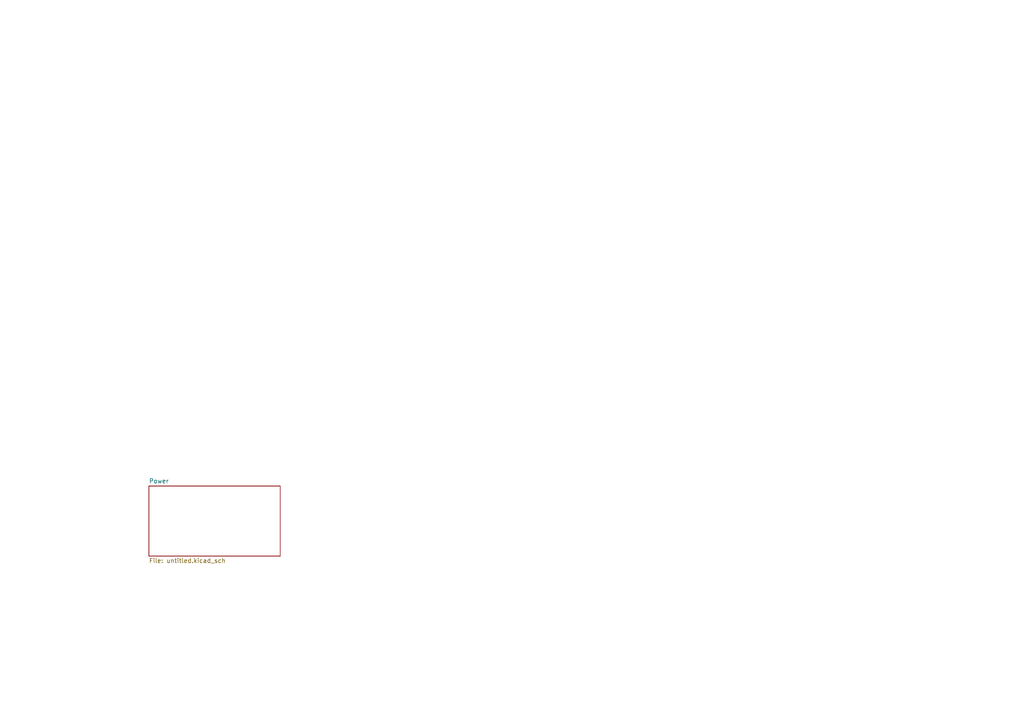
<source format=kicad_sch>
(kicad_sch
	(version 20231120)
	(generator "eeschema")
	(generator_version "8.0")
	(uuid "b98d4f3f-3a43-47fe-9499-ff21f79e7fd8")
	(paper "A4")
	(lib_symbols)
	(sheet
		(at 43.18 140.97)
		(size 38.1 20.32)
		(fields_autoplaced yes)
		(stroke
			(width 0.1524)
			(type solid)
		)
		(fill
			(color 0 0 0 0.0000)
		)
		(uuid "c1b98ccd-3646-442b-8cc5-bb6df45c2478")
		(property "Sheetname" "Power"
			(at 43.18 140.2584 0)
			(effects
				(font
					(size 1.27 1.27)
				)
				(justify left bottom)
			)
		)
		(property "Sheetfile" "untitled.kicad_sch"
			(at 43.18 161.8746 0)
			(effects
				(font
					(size 1.27 1.27)
				)
				(justify left top)
			)
		)
		(instances
			(project "RF-Board-V1-2024"
				(path "/b98d4f3f-3a43-47fe-9499-ff21f79e7fd8"
					(page "2")
				)
			)
		)
	)
	(sheet_instances
		(path "/"
			(page "1")
		)
	)
)

</source>
